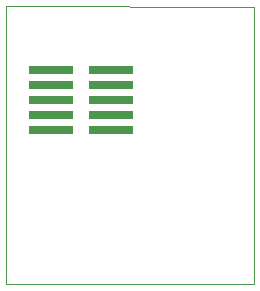
<source format=gtp>
G75*
G70*
%OFA0B0*%
%FSLAX24Y24*%
%IPPOS*%
%LPD*%
%AMOC8*
5,1,8,0,0,1.08239X$1,22.5*
%
%ADD10C,0.0000*%
%ADD11R,0.1500X0.0290*%
D10*
X000150Y000150D02*
X000150Y009402D01*
X008400Y009400D01*
X008400Y000150D01*
X000150Y000150D01*
D11*
X001650Y005294D03*
X001650Y005794D03*
X001650Y006294D03*
X001650Y006794D03*
X001650Y007294D03*
X003650Y007294D03*
X003650Y006794D03*
X003650Y006294D03*
X003650Y005794D03*
X003650Y005294D03*
M02*

</source>
